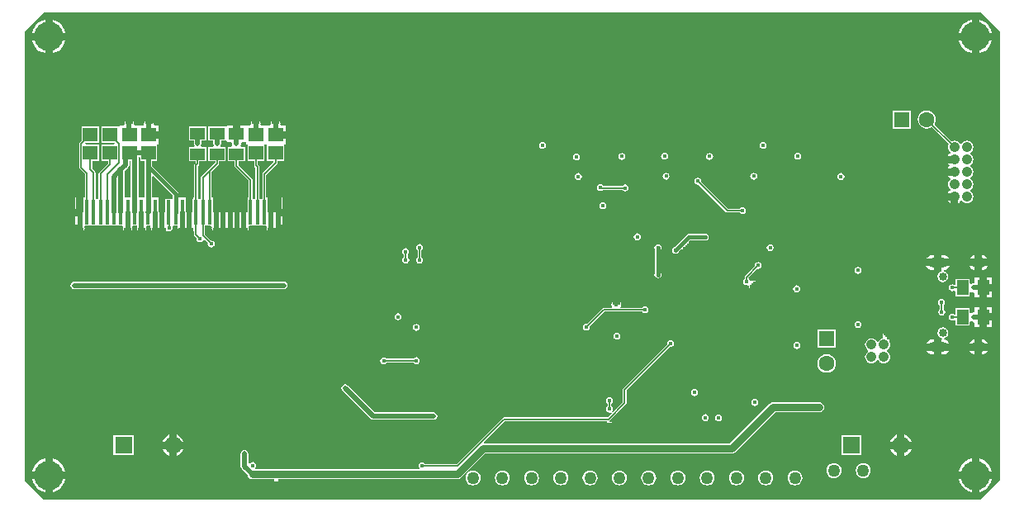
<source format=gbl>
G04*
G04 #@! TF.GenerationSoftware,Altium Limited,Altium Designer,21.0.8 (223)*
G04*
G04 Layer_Physical_Order=4*
G04 Layer_Color=16711680*
%FSLAX44Y44*%
%MOMM*%
G71*
G04*
G04 #@! TF.SameCoordinates,9BFC2460-0098-4CE8-B359-2686C5D326B4*
G04*
G04*
G04 #@! TF.FilePolarity,Positive*
G04*
G01*
G75*
%ADD15C,0.7620*%
%ADD16R,1.5000X1.2000*%
%ADD17R,1.2000X1.5000*%
%ADD23R,1.5000X1.4500*%
%ADD74C,0.5080*%
%ADD75C,0.1270*%
%ADD76C,0.3810*%
%ADD78C,0.1524*%
%ADD79C,3.0000*%
%ADD80C,1.0500*%
%ADD81C,1.6000*%
%ADD82R,1.6000X1.6000*%
%ADD83O,1.6000X1.0000*%
%ADD84O,2.1000X1.0000*%
%ADD85C,0.8500*%
%ADD86R,1.8000X1.8000*%
%ADD87C,1.8000*%
%ADD88R,1.6000X1.6000*%
%ADD89O,22.0000X0.5000*%
%ADD90C,1.2700*%
%ADD91C,0.4500*%
%ADD111R,0.4000X2.5000*%
G36*
X1000000Y480000D02*
Y20000D01*
X980000Y0D01*
X20000D01*
X0Y20000D01*
Y480000D01*
X20000Y500000D01*
X980000D01*
X1000000Y480000D01*
D02*
G37*
%LPC*%
G36*
X978810Y492174D02*
Y478810D01*
X992173D01*
X991283Y481745D01*
X989654Y484792D01*
X987463Y487463D01*
X984792Y489655D01*
X981745Y491283D01*
X978810Y492174D01*
D02*
G37*
G36*
X971190D02*
X968255Y491283D01*
X965208Y489655D01*
X962537Y487463D01*
X960346Y484792D01*
X958717Y481745D01*
X957827Y478810D01*
X971190D01*
Y492174D01*
D02*
G37*
G36*
X28810D02*
Y478810D01*
X42174D01*
X41283Y481745D01*
X39655Y484792D01*
X37463Y487463D01*
X34792Y489655D01*
X31745Y491283D01*
X28810Y492174D01*
D02*
G37*
G36*
X21190D02*
X18255Y491283D01*
X15208Y489655D01*
X12537Y487463D01*
X10345Y484792D01*
X8717Y481745D01*
X7826Y478810D01*
X21190D01*
Y492174D01*
D02*
G37*
G36*
X992173Y471190D02*
X978810D01*
Y457826D01*
X981745Y458717D01*
X984792Y460345D01*
X987463Y462537D01*
X989654Y465208D01*
X991283Y468255D01*
X992173Y471190D01*
D02*
G37*
G36*
X971190D02*
X957827D01*
X958717Y468255D01*
X960346Y465208D01*
X962537Y462537D01*
X965208Y460345D01*
X968255Y458717D01*
X971190Y457826D01*
Y471190D01*
D02*
G37*
G36*
X42174D02*
X28810D01*
Y457826D01*
X31745Y458717D01*
X34792Y460345D01*
X37463Y462537D01*
X39655Y465208D01*
X41283Y468255D01*
X42174Y471190D01*
D02*
G37*
G36*
X21190D02*
X7826D01*
X8717Y468255D01*
X10345Y465208D01*
X12537Y462537D01*
X15208Y460345D01*
X18255Y458717D01*
X21190Y457826D01*
Y471190D01*
D02*
G37*
G36*
X131318Y388492D02*
Y385572D01*
X123698D01*
Y388492D01*
X122996Y387441D01*
X122624Y385572D01*
X122734Y385022D01*
X121928Y384040D01*
X113022D01*
X112216Y385022D01*
X112326Y385572D01*
X111954Y387441D01*
X111252Y388492D01*
Y385572D01*
X103632D01*
Y388492D01*
X102930Y387441D01*
X102558Y385572D01*
X102668Y385022D01*
X101862Y384040D01*
X97460D01*
Y382963D01*
X96270Y382770D01*
Y382770D01*
X78730D01*
Y365730D01*
X92417D01*
X92544Y365540D01*
X91865Y364270D01*
X78730D01*
Y347230D01*
X85558D01*
Y344590D01*
X76577Y335609D01*
X76156Y334979D01*
X76008Y334236D01*
Y309428D01*
X75110Y308530D01*
X73790D01*
X72892Y309428D01*
Y335196D01*
X72892Y335196D01*
X72744Y335939D01*
X72323Y336569D01*
X72323Y336570D01*
X69506Y339386D01*
Y347230D01*
X76270D01*
Y364270D01*
X63135D01*
X62456Y365540D01*
X62583Y365730D01*
X76270D01*
Y382770D01*
X58730D01*
Y368477D01*
X56722Y366468D01*
X56301Y365838D01*
X56153Y365095D01*
Y340685D01*
X56301Y339942D01*
X56722Y339312D01*
X62008Y334025D01*
Y310856D01*
X61490Y309800D01*
X60760D01*
Y308531D01*
X60679D01*
Y294760D01*
X56950D01*
Y290950D01*
X52410D01*
Y282448D01*
X56896D01*
Y278638D01*
X60706D01*
Y275718D01*
X61408Y276769D01*
X61780Y278638D01*
X61565Y279720D01*
X62303Y280990D01*
X67220D01*
Y280990D01*
X67680D01*
Y280990D01*
X73410D01*
X74220Y280990D01*
X75490Y280990D01*
X81220D01*
Y280990D01*
X81680D01*
Y280990D01*
X88220D01*
X88220Y280990D01*
X88680D01*
Y280990D01*
X89490Y280990D01*
X95220D01*
Y280990D01*
X95680D01*
Y280990D01*
X100306D01*
X100323Y280982D01*
X101249Y279720D01*
X101034Y278638D01*
X101406Y276769D01*
X102108Y275718D01*
Y278638D01*
X109728D01*
Y275718D01*
X110430Y276769D01*
X110802Y278638D01*
X110587Y279720D01*
X111377Y280990D01*
X115410D01*
Y279720D01*
X115410D01*
X115258Y278638D01*
X115283Y278511D01*
X115630Y276769D01*
X116332Y275718D01*
Y278638D01*
X123952D01*
Y275718D01*
X124654Y276769D01*
X125026Y278638D01*
X124811Y279720D01*
X125737Y280982D01*
X125754Y280990D01*
X129410D01*
Y279720D01*
X129410Y279720D01*
X129482Y278638D01*
X129511Y278492D01*
X129854Y276769D01*
X130556Y275718D01*
Y278638D01*
X144780D01*
Y275718D01*
X144795Y275741D01*
X145798Y276481D01*
X146963Y275703D01*
X148336Y275430D01*
X149709Y275703D01*
X150874Y276481D01*
X151652Y277646D01*
X151925Y279019D01*
X151785Y279720D01*
X152623Y280931D01*
X152729Y280990D01*
X157108D01*
X157383Y279720D01*
X157168Y278638D01*
X157540Y276769D01*
X158242Y275718D01*
Y278638D01*
X172720D01*
Y275718D01*
X172738Y275745D01*
X174008Y275359D01*
Y271598D01*
X174156Y270855D01*
X174577Y270225D01*
X176383Y268418D01*
X176243Y267716D01*
X176516Y266343D01*
X177294Y265178D01*
X178459Y264400D01*
X179832Y264127D01*
X181205Y264400D01*
X182370Y265178D01*
X183094Y266262D01*
X183201Y266355D01*
X184503Y266648D01*
X187977Y263174D01*
X187800Y262287D01*
X188073Y260913D01*
X188851Y259749D01*
X190016Y258971D01*
X191389Y258698D01*
X192762Y258971D01*
X193927Y259749D01*
X194705Y260913D01*
X194978Y262287D01*
X194705Y263660D01*
X193927Y264825D01*
X192762Y265602D01*
X191389Y265876D01*
X190872Y265773D01*
X184892Y271752D01*
Y280990D01*
X186220D01*
Y280990D01*
X186680D01*
Y280990D01*
X191238D01*
X191255Y280982D01*
X192181Y279720D01*
X191966Y278638D01*
X192338Y276769D01*
X193040Y275718D01*
Y278638D01*
X228854D01*
Y275718D01*
X229556Y276769D01*
X229928Y278638D01*
X229713Y279720D01*
X230639Y280982D01*
X230656Y280990D01*
X235220Y280990D01*
X236490Y280990D01*
X241410D01*
X242220Y280990D01*
X243490Y280990D01*
X247530D01*
X248315Y279720D01*
X248100Y278638D01*
X248472Y276769D01*
X249174Y275718D01*
Y278638D01*
X260096D01*
Y282448D01*
X264490D01*
Y290950D01*
X259950D01*
Y294760D01*
X249221D01*
Y308531D01*
X249140D01*
Y309800D01*
X248410D01*
X247892Y310856D01*
Y333030D01*
X258929Y344067D01*
X259350Y344697D01*
X259498Y345440D01*
Y347230D01*
X266270D01*
X266270Y364270D01*
X267461Y364460D01*
X267540D01*
Y370440D01*
X257500D01*
Y378060D01*
X267540D01*
Y384040D01*
X263136D01*
X262330Y385022D01*
X262440Y385572D01*
X262068Y387441D01*
X261366Y388492D01*
Y385572D01*
X253746D01*
Y388492D01*
X253044Y387441D01*
X252672Y385572D01*
X252782Y385022D01*
X251976Y384040D01*
X242816D01*
X242010Y385022D01*
X242120Y385572D01*
X241748Y387441D01*
X241046Y388492D01*
Y385572D01*
X233426D01*
Y388492D01*
X232724Y387441D01*
X232352Y385572D01*
X232462Y385022D01*
X231656Y384040D01*
X221310D01*
Y375500D01*
X213690D01*
Y384040D01*
X207460D01*
Y382963D01*
X206270Y382770D01*
Y382770D01*
X188730D01*
Y368230D01*
X193727D01*
Y365252D01*
X194023Y363765D01*
X194508Y363040D01*
X193853Y361770D01*
X188730D01*
Y347230D01*
X195558D01*
Y345625D01*
X188577Y338643D01*
X181577Y331643D01*
X181155Y331013D01*
X181008Y330270D01*
Y308530D01*
X179680D01*
Y308530D01*
X179233D01*
X177964Y308565D01*
Y342095D01*
X178873Y343005D01*
X179294Y343635D01*
X179442Y344378D01*
X179442Y344378D01*
Y347230D01*
X186270D01*
Y361770D01*
X181305D01*
X180650Y363040D01*
X181135Y363765D01*
X181431Y365252D01*
Y368230D01*
X186270D01*
Y382770D01*
X168730D01*
Y368230D01*
X173661D01*
Y365252D01*
X173957Y363765D01*
X174442Y363040D01*
X173787Y361770D01*
X168730D01*
Y347230D01*
X175558D01*
Y345182D01*
X174649Y344273D01*
X174228Y343643D01*
X174080Y342900D01*
Y310826D01*
X173490Y309800D01*
X172760D01*
Y308531D01*
X172680D01*
Y294760D01*
X165140D01*
Y309800D01*
X158187D01*
Y313680D01*
X157941Y314919D01*
X157239Y315969D01*
X131110Y342099D01*
Y347230D01*
X136270D01*
Y364270D01*
X137461Y364460D01*
X137540D01*
Y370440D01*
X127500D01*
Y378060D01*
X137540D01*
Y384040D01*
X133088D01*
X132282Y385022D01*
X132392Y385572D01*
X132020Y387441D01*
X131318Y388492D01*
D02*
G37*
G36*
X909070Y399270D02*
X890530D01*
Y380730D01*
X909070D01*
Y399270D01*
D02*
G37*
G36*
X757428Y366809D02*
X756055Y366536D01*
X754890Y365758D01*
X754112Y364593D01*
X753839Y363220D01*
X754112Y361847D01*
X754890Y360682D01*
X756055Y359904D01*
X757428Y359631D01*
X758801Y359904D01*
X759966Y360682D01*
X760744Y361847D01*
X761017Y363220D01*
X760744Y364593D01*
X759966Y365758D01*
X758801Y366536D01*
X757428Y366809D01*
D02*
G37*
G36*
X531114D02*
X529741Y366536D01*
X528576Y365758D01*
X527798Y364593D01*
X527525Y363220D01*
X527798Y361847D01*
X528576Y360682D01*
X529741Y359904D01*
X531114Y359631D01*
X532487Y359904D01*
X533652Y360682D01*
X534430Y361847D01*
X534703Y363220D01*
X534430Y364593D01*
X533652Y365758D01*
X532487Y366536D01*
X531114Y366809D01*
D02*
G37*
G36*
X792988Y355887D02*
X791615Y355614D01*
X790625Y354953D01*
X790448Y355218D01*
Y354833D01*
X789672Y353672D01*
X789398Y352298D01*
X789672Y350924D01*
X790448Y349763D01*
Y349378D01*
X790625Y349643D01*
X791615Y348982D01*
X792988Y348709D01*
X794361Y348982D01*
X795526Y349760D01*
X796304Y350925D01*
X796577Y352298D01*
X796304Y353671D01*
X795526Y354836D01*
X794361Y355614D01*
X792988Y355887D01*
D02*
G37*
G36*
X612648Y355633D02*
X611275Y355360D01*
X610285Y354699D01*
X610108Y354964D01*
Y354579D01*
X609332Y353418D01*
X609058Y352044D01*
X609332Y350670D01*
X610108Y349509D01*
Y349124D01*
X610285Y349389D01*
X611275Y348728D01*
X612648Y348455D01*
X614021Y348728D01*
X615186Y349506D01*
X615964Y350671D01*
X616237Y352044D01*
X615964Y353417D01*
X615186Y354582D01*
X614021Y355360D01*
X612648Y355633D01*
D02*
G37*
G36*
X702564D02*
X701191Y355360D01*
X701060Y355272D01*
X700008Y354608D01*
X700007Y354608D01*
X699770Y354964D01*
Y354199D01*
X699248Y353418D01*
X698975Y352044D01*
X699248Y350670D01*
X699770Y349889D01*
Y349124D01*
X700008Y349480D01*
X700026Y349506D01*
X700026D01*
X701191Y348728D01*
X702564Y348455D01*
X703937Y348728D01*
X705102Y349506D01*
X705880Y350671D01*
X706153Y352044D01*
X705880Y353417D01*
X705102Y354582D01*
X703937Y355360D01*
X702564Y355633D01*
D02*
G37*
G36*
X656336Y355887D02*
X654963Y355614D01*
X653798Y354836D01*
X653020Y353671D01*
X652747Y352298D01*
X653020Y350925D01*
X653798Y349760D01*
X654963Y348982D01*
X656336Y348709D01*
X657709Y348982D01*
X658874Y349760D01*
X659652Y350925D01*
X659925Y352298D01*
X659652Y353671D01*
X658874Y354836D01*
X657709Y355614D01*
X656336Y355887D01*
D02*
G37*
G36*
X566166Y355125D02*
X564793Y354852D01*
X563628Y354074D01*
X562850Y352909D01*
X562577Y351536D01*
X562850Y350163D01*
X563628Y348998D01*
X564793Y348220D01*
X566166Y347947D01*
X567539Y348220D01*
X568704Y348998D01*
X569482Y350163D01*
X569755Y351536D01*
X569482Y352909D01*
X568704Y354074D01*
X567539Y354852D01*
X566166Y355125D01*
D02*
G37*
G36*
X747776Y335313D02*
X746403Y335040D01*
X745238Y334262D01*
X744460Y333097D01*
X744187Y331724D01*
X744460Y330351D01*
X745238Y329186D01*
X746403Y328408D01*
X747776Y328135D01*
X749149Y328408D01*
X750314Y329186D01*
X751092Y330351D01*
X751365Y331724D01*
X751092Y333097D01*
X750314Y334262D01*
X749149Y335040D01*
X747776Y335313D01*
D02*
G37*
G36*
X657860D02*
X656487Y335040D01*
X655322Y334262D01*
X654544Y333097D01*
X654271Y331724D01*
X654544Y330351D01*
X655322Y329186D01*
X656487Y328408D01*
X657860Y328135D01*
X659233Y328408D01*
X660398Y329186D01*
X661176Y330351D01*
X661449Y331724D01*
X661176Y333097D01*
X660398Y334262D01*
X659233Y335040D01*
X657860Y335313D01*
D02*
G37*
G36*
X837184Y335059D02*
X835811Y334786D01*
X834646Y334008D01*
X833868Y332843D01*
X833595Y331470D01*
X833868Y330097D01*
X834646Y328932D01*
X835811Y328154D01*
X837184Y327881D01*
X838557Y328154D01*
X839722Y328932D01*
X840500Y330097D01*
X840773Y331470D01*
X840500Y332843D01*
X839722Y334008D01*
X838557Y334786D01*
X837184Y335059D01*
D02*
G37*
G36*
X567944D02*
X566571Y334786D01*
X565406Y334008D01*
X564628Y332843D01*
X564355Y331470D01*
X564628Y330097D01*
X565406Y328932D01*
X566571Y328154D01*
X567944Y327881D01*
X569317Y328154D01*
X570482Y328932D01*
X571260Y330097D01*
X571533Y331470D01*
X571260Y332843D01*
X570482Y334008D01*
X569317Y334786D01*
X567944Y335059D01*
D02*
G37*
G36*
X590550Y323629D02*
X589177Y323356D01*
X588012Y322578D01*
X587234Y321413D01*
X586961Y320040D01*
X587234Y318667D01*
X588012Y317502D01*
X589177Y316724D01*
X590550Y316451D01*
X591923Y316724D01*
X593088Y317502D01*
X593316Y317844D01*
X613014D01*
X613412Y317248D01*
X614577Y316470D01*
X615950Y316197D01*
X617323Y316470D01*
X618488Y317248D01*
X619266Y318413D01*
X619539Y319786D01*
X619266Y321159D01*
X618488Y322324D01*
X617323Y323102D01*
X615950Y323375D01*
X614577Y323102D01*
X613412Y322324D01*
X613014Y321728D01*
X593655D01*
X593088Y322578D01*
X591923Y323356D01*
X590550Y323629D01*
D02*
G37*
G36*
X925200Y399350D02*
X922780Y399031D01*
X920525Y398097D01*
X918589Y396611D01*
X917103Y394675D01*
X916169Y392420D01*
X915850Y390000D01*
X916169Y387580D01*
X917103Y385325D01*
X918589Y383389D01*
X920525Y381903D01*
X922780Y380969D01*
X925200Y380650D01*
X927620Y380969D01*
X929875Y381903D01*
X930302Y382230D01*
X947832Y364701D01*
X947298Y363411D01*
X947074Y361709D01*
X947298Y360007D01*
X947955Y358421D01*
X949000Y357059D01*
X949216Y356893D01*
X949129Y355359D01*
X948094Y354565D01*
X946845Y352938D01*
X946796Y352819D01*
X953650D01*
Y345199D01*
X946796D01*
X946845Y345080D01*
X948094Y343453D01*
X948301Y343294D01*
Y342024D01*
X948094Y341865D01*
X946845Y340238D01*
X946796Y340119D01*
X953650D01*
Y332499D01*
X946796D01*
X946845Y332380D01*
X948094Y330753D01*
X949129Y329959D01*
X949216Y328425D01*
X949000Y328259D01*
X947955Y326897D01*
X947298Y325311D01*
X947074Y323609D01*
X947298Y321907D01*
X947955Y320321D01*
X949000Y318959D01*
X949216Y318793D01*
X949129Y317259D01*
X948094Y316465D01*
X946845Y314838D01*
X946796Y314719D01*
X953650D01*
Y310909D01*
X957460D01*
Y304055D01*
X957579Y304104D01*
X959206Y305353D01*
X960000Y306388D01*
X961534Y306475D01*
X961700Y306259D01*
X963062Y305214D01*
X964648Y304557D01*
X966350Y304333D01*
X968052Y304557D01*
X969638Y305214D01*
X971000Y306259D01*
X972045Y307621D01*
X972702Y309207D01*
X972926Y310909D01*
X972702Y312611D01*
X972045Y314197D01*
X971000Y315559D01*
X969693Y316562D01*
X969590Y317248D01*
Y317271D01*
X969693Y317956D01*
X971000Y318959D01*
X972045Y320321D01*
X972702Y321907D01*
X972926Y323609D01*
X972702Y325311D01*
X972045Y326897D01*
X971000Y328259D01*
X969693Y329262D01*
X969590Y329948D01*
Y329971D01*
X969693Y330656D01*
X971000Y331659D01*
X972045Y333021D01*
X972702Y334607D01*
X972926Y336309D01*
X972702Y338011D01*
X972045Y339597D01*
X971000Y340959D01*
X969693Y341962D01*
X969590Y342648D01*
Y342671D01*
X969693Y343356D01*
X971000Y344359D01*
X972045Y345721D01*
X972702Y347307D01*
X972926Y349009D01*
X972702Y350711D01*
X972045Y352297D01*
X971000Y353659D01*
X969693Y354662D01*
X969590Y355348D01*
Y355370D01*
X969693Y356056D01*
X971000Y357059D01*
X972045Y358421D01*
X972702Y360007D01*
X972926Y361709D01*
X972702Y363411D01*
X972045Y364997D01*
X971000Y366359D01*
X969638Y367404D01*
X968052Y368061D01*
X966350Y368285D01*
X964648Y368061D01*
X963062Y367404D01*
X961700Y366359D01*
X960697Y365052D01*
X960011Y364949D01*
X959989D01*
X959303Y365052D01*
X958300Y366359D01*
X956938Y367404D01*
X955352Y368061D01*
X953650Y368285D01*
X951948Y368061D01*
X950546Y367481D01*
X933039Y384988D01*
X933297Y385325D01*
X934231Y387580D01*
X934550Y390000D01*
X934231Y392420D01*
X933297Y394675D01*
X931811Y396611D01*
X929875Y398097D01*
X927620Y399031D01*
X925200Y399350D01*
D02*
G37*
G36*
X949840Y307099D02*
X946796D01*
X946845Y306980D01*
X948094Y305353D01*
X949721Y304104D01*
X949840Y304055D01*
Y307099D01*
D02*
G37*
G36*
X263760Y309800D02*
Y298570D01*
X264490D01*
Y309800D01*
X263760D01*
D02*
G37*
G36*
X53140D02*
X52410D01*
Y298570D01*
X53140D01*
Y309800D01*
D02*
G37*
G36*
X593090Y305087D02*
X591717Y304814D01*
X590552Y304036D01*
X589774Y302871D01*
X589501Y301498D01*
X589774Y300125D01*
X590552Y298960D01*
X591717Y298182D01*
X593090Y297909D01*
X594463Y298182D01*
X595628Y298960D01*
X596406Y300125D01*
X596679Y301498D01*
X596406Y302871D01*
X595628Y304036D01*
X594463Y304814D01*
X593090Y305087D01*
D02*
G37*
G36*
X690372Y330233D02*
X688999Y329960D01*
X687834Y329182D01*
X687056Y328017D01*
X686783Y326644D01*
X687056Y325271D01*
X687834Y324106D01*
X688999Y323328D01*
X690372Y323055D01*
X691074Y323195D01*
X719268Y295002D01*
X719268Y295002D01*
X719898Y294580D01*
X720641Y294433D01*
X733314D01*
X733712Y293837D01*
X734877Y293059D01*
X736250Y292786D01*
X737623Y293059D01*
X738788Y293837D01*
X739566Y295002D01*
X739839Y296375D01*
X739566Y297748D01*
X738788Y298913D01*
X737623Y299691D01*
X736250Y299964D01*
X734877Y299691D01*
X733712Y298913D01*
X733314Y298317D01*
X721445D01*
X693821Y325942D01*
X693961Y326644D01*
X693688Y328017D01*
X692910Y329182D01*
X691745Y329960D01*
X690372Y330233D01*
D02*
G37*
G36*
X628396Y273337D02*
X627023Y273064D01*
X625858Y272286D01*
X625080Y271121D01*
X624807Y269748D01*
X625080Y268375D01*
X625858Y267210D01*
X627023Y266432D01*
X628396Y266159D01*
X629769Y266432D01*
X630934Y267210D01*
X631712Y268375D01*
X631985Y269748D01*
X631712Y271121D01*
X630934Y272286D01*
X629769Y273064D01*
X628396Y273337D01*
D02*
G37*
G36*
X698246Y272829D02*
X696873Y272556D01*
X696755Y272477D01*
X680974D01*
X679735Y272231D01*
X678685Y271529D01*
X666404Y259248D01*
X666266Y259221D01*
X665101Y258443D01*
X664323Y257278D01*
X664050Y255905D01*
X664323Y254532D01*
X665101Y253367D01*
X666266Y252589D01*
X667639Y252316D01*
X669012Y252589D01*
X670177Y253367D01*
X670955Y254532D01*
X670982Y254670D01*
X673493Y257181D01*
X674938Y256830D01*
X675386Y256160D01*
Y259073D01*
X675393Y259080D01*
X679196D01*
Y262883D01*
X679203Y262890D01*
X682116D01*
X681446Y263338D01*
X681095Y264783D01*
X682315Y266003D01*
X696755D01*
X696873Y265924D01*
X698246Y265651D01*
X699619Y265924D01*
X700784Y266702D01*
X701562Y267867D01*
X701835Y269240D01*
X701562Y270613D01*
X700784Y271778D01*
X699619Y272556D01*
X698246Y272829D01*
D02*
G37*
G36*
X764540Y262161D02*
X763167Y261888D01*
X762002Y261110D01*
X761224Y259945D01*
X760951Y258572D01*
X761224Y257199D01*
X762002Y256034D01*
X763167Y255256D01*
X764540Y254983D01*
X765913Y255256D01*
X767078Y256034D01*
X767856Y257199D01*
X768129Y258572D01*
X767856Y259945D01*
X767078Y261110D01*
X765913Y261888D01*
X764540Y262161D01*
D02*
G37*
G36*
X941900Y250805D02*
X940210D01*
Y247010D01*
X948480D01*
X947278Y248578D01*
X945703Y249786D01*
X943868Y250546D01*
X941900Y250805D01*
D02*
G37*
G36*
X932590D02*
X930900D01*
X928932Y250546D01*
X927097Y249786D01*
X925522Y248578D01*
X924320Y247010D01*
X932590D01*
Y250805D01*
D02*
G37*
G36*
X982010Y250698D02*
Y247010D01*
X987780D01*
X986578Y248578D01*
X985003Y249786D01*
X983168Y250546D01*
X982010Y250698D01*
D02*
G37*
G36*
X974390D02*
X973232Y250546D01*
X971397Y249786D01*
X969822Y248578D01*
X968620Y247010D01*
X974390D01*
Y250698D01*
D02*
G37*
G36*
X405257Y262288D02*
X403884Y262015D01*
X402719Y261237D01*
X401941Y260072D01*
X401668Y258699D01*
X401941Y257326D01*
X402719Y256161D01*
X403188Y255848D01*
Y249020D01*
X402465Y248537D01*
X401687Y247372D01*
X401414Y245999D01*
X401687Y244626D01*
X402465Y243461D01*
X403630Y242683D01*
X405003Y242410D01*
X406376Y242683D01*
X407541Y243461D01*
X408319Y244626D01*
X408592Y245999D01*
X408319Y247372D01*
X407541Y248537D01*
X407072Y248850D01*
Y255679D01*
X407795Y256161D01*
X408573Y257326D01*
X408846Y258699D01*
X408573Y260072D01*
X407795Y261237D01*
X406630Y262015D01*
X405257Y262288D01*
D02*
G37*
G36*
X390906Y258097D02*
X389533Y257824D01*
X388368Y257046D01*
X387590Y255881D01*
X387317Y254508D01*
X387590Y253135D01*
X388368Y251970D01*
X389027Y251530D01*
Y248765D01*
X388495Y248410D01*
X387717Y247245D01*
X387444Y245872D01*
X387717Y244499D01*
X388495Y243334D01*
X389660Y242556D01*
X391033Y242283D01*
X392406Y242556D01*
X393571Y243334D01*
X394349Y244499D01*
X394622Y245872D01*
X394349Y247245D01*
X393571Y248410D01*
X392912Y248850D01*
Y251615D01*
X393444Y251970D01*
X394222Y253135D01*
X394495Y254508D01*
X394222Y255881D01*
X393444Y257046D01*
X392279Y257824D01*
X390906Y258097D01*
D02*
G37*
G36*
X752348Y243873D02*
X750975Y243600D01*
X749810Y242822D01*
X749032Y241657D01*
X748759Y240284D01*
X748899Y239582D01*
X739037Y229719D01*
X738615Y229089D01*
X738468Y228346D01*
Y226456D01*
X737872Y226058D01*
X737094Y224893D01*
X736821Y223520D01*
X737094Y222147D01*
X737872Y220982D01*
X739037Y220204D01*
X740410Y219931D01*
X741409Y220130D01*
X741531Y220113D01*
X742487Y219578D01*
X742764Y219332D01*
X743010Y218095D01*
X743712Y217044D01*
Y219964D01*
X747522D01*
Y223774D01*
X750442D01*
X749391Y224476D01*
X747522Y224848D01*
X745653Y224476D01*
X745168Y224152D01*
X743757Y224737D01*
X743726Y224893D01*
X742948Y226058D01*
X742523Y226342D01*
X742445Y227634D01*
X751646Y236835D01*
X752348Y236695D01*
X753721Y236968D01*
X754886Y237746D01*
X755664Y238911D01*
X755937Y240284D01*
X755664Y241657D01*
X754886Y242822D01*
X753721Y243600D01*
X752348Y243873D01*
D02*
G37*
G36*
X987780Y239390D02*
X982010D01*
Y235702D01*
X983168Y235854D01*
X985003Y236614D01*
X986578Y237822D01*
X987780Y239390D01*
D02*
G37*
G36*
X974390D02*
X968620D01*
X969822Y237822D01*
X971397Y236614D01*
X973232Y235854D01*
X974390Y235702D01*
Y239390D01*
D02*
G37*
G36*
X932590Y239390D02*
X924320D01*
X925522Y237822D01*
X927097Y236614D01*
X928932Y235854D01*
X930900Y235595D01*
X932590D01*
Y239390D01*
D02*
G37*
G36*
X854710Y238793D02*
X853337Y238520D01*
X852172Y237742D01*
X851394Y236577D01*
X851121Y235204D01*
X851394Y233831D01*
X852172Y232666D01*
X853337Y231888D01*
X854710Y231615D01*
X856083Y231888D01*
X857248Y232666D01*
X858026Y233831D01*
X858299Y235204D01*
X858026Y236577D01*
X857248Y237742D01*
X856083Y238520D01*
X854710Y238793D01*
D02*
G37*
G36*
X649478Y262161D02*
X648105Y261888D01*
X646940Y261110D01*
X646162Y259945D01*
X645889Y258572D01*
X646162Y257199D01*
X646241Y257081D01*
Y232377D01*
X646162Y232259D01*
X645889Y230886D01*
X646162Y229513D01*
X646940Y228348D01*
X648105Y227570D01*
X649478Y227297D01*
X650851Y227570D01*
X652016Y228348D01*
X652794Y229513D01*
X653067Y230886D01*
X652794Y232259D01*
X652715Y232377D01*
Y257081D01*
X652794Y257199D01*
X653067Y258572D01*
X652794Y259945D01*
X652016Y261110D01*
X650851Y261888D01*
X649478Y262161D01*
D02*
G37*
G36*
X948480Y239390D02*
X940210D01*
Y235595D01*
X940553D01*
X940678Y234325D01*
X939546Y234100D01*
X937720Y232880D01*
X936500Y231054D01*
X936072Y228900D01*
X936500Y226746D01*
X937720Y224920D01*
X939546Y223700D01*
X941700Y223272D01*
X943854Y223700D01*
X945680Y224920D01*
X946900Y226746D01*
X947328Y228900D01*
X946900Y231054D01*
X945680Y232880D01*
X943854Y234100D01*
X942428Y234383D01*
X942470Y235670D01*
X943868Y235854D01*
X945703Y236614D01*
X947278Y237822D01*
X948480Y239390D01*
D02*
G37*
G36*
X979190Y227540D02*
X974460D01*
Y223033D01*
X973478Y222227D01*
X973074Y222308D01*
X971205Y221936D01*
X970540Y221492D01*
X969270Y222171D01*
Y226270D01*
X954730D01*
Y221014D01*
X953460Y220337D01*
X952857Y220740D01*
X951484Y221013D01*
X950111Y220740D01*
X948946Y219962D01*
X948168Y218797D01*
X947895Y217424D01*
X948168Y216051D01*
X948946Y214886D01*
X950111Y214108D01*
X951484Y213835D01*
X952857Y214108D01*
X953460Y214511D01*
X954730Y213834D01*
Y208730D01*
X969270D01*
Y212677D01*
X970540Y213356D01*
X971205Y212912D01*
X973074Y212540D01*
X973478Y212621D01*
X974460Y211815D01*
Y207460D01*
X979190D01*
Y217500D01*
Y227540D01*
D02*
G37*
G36*
X991540D02*
X986810D01*
Y221310D01*
X991540D01*
Y227540D01*
D02*
G37*
G36*
X265950Y223604D02*
X50950D01*
X49479Y223311D01*
X48232Y222478D01*
X47399Y221231D01*
X47106Y219760D01*
X47399Y218289D01*
X48232Y217042D01*
X49479Y216209D01*
X50950Y215916D01*
X265950D01*
X267421Y216209D01*
X268668Y217042D01*
X269501Y218289D01*
X269794Y219760D01*
X269501Y221231D01*
X268668Y222478D01*
X267421Y223311D01*
X265950Y223604D01*
D02*
G37*
G36*
X791718Y219997D02*
X790345Y219724D01*
X789180Y218946D01*
X788402Y217781D01*
X788129Y216408D01*
X788402Y215035D01*
X789180Y213870D01*
X790345Y213092D01*
X791718Y212819D01*
X793091Y213092D01*
X794256Y213870D01*
X795034Y215035D01*
X795307Y216408D01*
X795034Y217781D01*
X794256Y218946D01*
X793091Y219724D01*
X791718Y219997D01*
D02*
G37*
G36*
X991540Y213690D02*
X986810D01*
Y207460D01*
X991540D01*
Y213690D01*
D02*
G37*
G36*
X610616Y203072D02*
Y200152D01*
X602996D01*
Y203072D01*
X602294Y202021D01*
X601922Y200152D01*
X602294Y198283D01*
X602563Y197880D01*
X601964Y196760D01*
X593852D01*
X593109Y196612D01*
X592479Y196191D01*
X592478Y196191D01*
X576774Y180487D01*
X576072Y180627D01*
X574699Y180354D01*
X573534Y179576D01*
X572756Y178411D01*
X572483Y177038D01*
X572756Y175665D01*
X573534Y174500D01*
X574699Y173722D01*
X576072Y173449D01*
X577445Y173722D01*
X578610Y174500D01*
X579388Y175665D01*
X579661Y177038D01*
X579521Y177740D01*
X594656Y192876D01*
X633334D01*
X633732Y192280D01*
X634897Y191502D01*
X636270Y191229D01*
X637643Y191502D01*
X638808Y192280D01*
X639586Y193445D01*
X639859Y194818D01*
X639586Y196191D01*
X638808Y197356D01*
X637643Y198134D01*
X636270Y198407D01*
X634897Y198134D01*
X633732Y197356D01*
X633334Y196760D01*
X611648D01*
X611049Y197880D01*
X611318Y198283D01*
X611690Y200152D01*
X611318Y202021D01*
X610616Y203072D01*
D02*
G37*
G36*
X979190Y197540D02*
X974460D01*
Y192807D01*
X973478Y192001D01*
X973074Y192082D01*
X971205Y191710D01*
X970540Y191266D01*
X969270Y191945D01*
Y196270D01*
X954730D01*
Y190788D01*
X953460Y190111D01*
X952857Y190514D01*
X951484Y190787D01*
X950111Y190514D01*
X948946Y189736D01*
X948168Y188571D01*
X947895Y187198D01*
X948168Y185825D01*
X948946Y184660D01*
X950111Y183882D01*
X951484Y183609D01*
X952857Y183882D01*
X953460Y184285D01*
X954730Y183608D01*
Y178730D01*
X969270D01*
Y182451D01*
X970540Y183130D01*
X971205Y182686D01*
X973074Y182314D01*
X973478Y182395D01*
X974460Y181589D01*
Y177460D01*
X979190D01*
Y187500D01*
Y197540D01*
D02*
G37*
G36*
X991540D02*
X986810D01*
Y191310D01*
X991540D01*
Y197540D01*
D02*
G37*
G36*
X940344Y206027D02*
X938971Y205754D01*
X937806Y204976D01*
X937028Y203811D01*
X936755Y202438D01*
X937028Y201065D01*
X937806Y199900D01*
X938490Y199443D01*
Y195381D01*
X938024Y195070D01*
X937246Y193905D01*
X936973Y192532D01*
X937246Y191159D01*
X938024Y189994D01*
X939189Y189216D01*
X940562Y188943D01*
X941935Y189216D01*
X943100Y189994D01*
X943878Y191159D01*
X944151Y192532D01*
X943878Y193905D01*
X943100Y195070D01*
X942634Y195381D01*
Y199735D01*
X942882Y199900D01*
X943660Y201065D01*
X943933Y202438D01*
X943660Y203811D01*
X942882Y204976D01*
X941717Y205754D01*
X940344Y206027D01*
D02*
G37*
G36*
X383032Y191295D02*
X381659Y191022D01*
X380494Y190244D01*
X379716Y189079D01*
X379443Y187706D01*
X379716Y186333D01*
X380494Y185168D01*
X381659Y184390D01*
X383032Y184117D01*
X384405Y184390D01*
X385570Y185168D01*
X386348Y186333D01*
X386621Y187706D01*
X386348Y189079D01*
X385570Y190244D01*
X384405Y191022D01*
X383032Y191295D01*
D02*
G37*
G36*
X991540Y183690D02*
X986810D01*
Y177460D01*
X991540D01*
Y183690D01*
D02*
G37*
G36*
X854710Y183421D02*
X853337Y183148D01*
X852172Y182370D01*
X851394Y181205D01*
X851121Y179832D01*
X851394Y178459D01*
X852172Y177294D01*
X853337Y176516D01*
X854710Y176243D01*
X856083Y176516D01*
X857248Y177294D01*
X858026Y178459D01*
X858299Y179832D01*
X858026Y181205D01*
X857248Y182370D01*
X856083Y183148D01*
X854710Y183421D01*
D02*
G37*
G36*
X401828Y180373D02*
X400455Y180100D01*
X399290Y179322D01*
X398512Y178157D01*
X398239Y176784D01*
X398512Y175411D01*
X399290Y174246D01*
X400455Y173468D01*
X401828Y173195D01*
X403201Y173468D01*
X404366Y174246D01*
X405144Y175411D01*
X405417Y176784D01*
X405144Y178157D01*
X404366Y179322D01*
X403201Y180100D01*
X401828Y180373D01*
D02*
G37*
G36*
X607568Y171229D02*
X606195Y170956D01*
X605030Y170178D01*
X604252Y169013D01*
X603979Y167640D01*
X604252Y166267D01*
X605030Y165102D01*
X606195Y164324D01*
X607568Y164051D01*
X608941Y164324D01*
X610106Y165102D01*
X610884Y166267D01*
X611157Y167640D01*
X610884Y169013D01*
X610106Y170178D01*
X608941Y170956D01*
X607568Y171229D01*
D02*
G37*
G36*
X880872Y171322D02*
X880170Y170271D01*
X879798Y168402D01*
X880131Y166730D01*
X879987Y166129D01*
X879650Y165386D01*
X879424Y165356D01*
X877838Y164699D01*
X876476Y163654D01*
X875473Y162347D01*
X874787Y162244D01*
X874765D01*
X874079Y162347D01*
X873076Y163654D01*
X871714Y164699D01*
X870128Y165356D01*
X868426Y165580D01*
X866724Y165356D01*
X865138Y164699D01*
X863776Y163654D01*
X862731Y162292D01*
X862074Y160706D01*
X861850Y159004D01*
X862074Y157302D01*
X862731Y155716D01*
X863776Y154354D01*
X865083Y153351D01*
X865186Y152665D01*
Y152643D01*
X865083Y151957D01*
X863776Y150954D01*
X862731Y149592D01*
X862074Y148006D01*
X861850Y146304D01*
X862074Y144602D01*
X862731Y143016D01*
X863776Y141654D01*
X865138Y140609D01*
X866724Y139952D01*
X868426Y139728D01*
X870128Y139952D01*
X871714Y140609D01*
X873076Y141654D01*
X874079Y142961D01*
X874765Y143064D01*
X874787D01*
X875473Y142961D01*
X876476Y141654D01*
X877838Y140609D01*
X879424Y139952D01*
X881126Y139728D01*
X882828Y139952D01*
X884414Y140609D01*
X885776Y141654D01*
X886821Y143016D01*
X887478Y144602D01*
X887702Y146304D01*
X887478Y148006D01*
X886821Y149592D01*
X885776Y150954D01*
X884469Y151957D01*
X884366Y152643D01*
Y152665D01*
X884469Y153351D01*
X885776Y154354D01*
X886821Y155716D01*
X887478Y157302D01*
X887702Y159004D01*
X887478Y160706D01*
X886821Y162292D01*
X886584Y162602D01*
X886577Y162877D01*
X886977Y164175D01*
X887602Y164592D01*
X884682D01*
Y168402D01*
X880872D01*
Y171322D01*
D02*
G37*
G36*
X941700Y176728D02*
X939546Y176300D01*
X937720Y175080D01*
X936500Y173254D01*
X936072Y171100D01*
X936500Y168946D01*
X937720Y167120D01*
X939546Y165900D01*
X940678Y165675D01*
X940553Y164405D01*
X940210D01*
Y160610D01*
X948480D01*
X947278Y162178D01*
X945703Y163386D01*
X943868Y164146D01*
X942470Y164330D01*
X942428Y165617D01*
X943854Y165900D01*
X945680Y167120D01*
X946900Y168946D01*
X947328Y171100D01*
X946900Y173254D01*
X945680Y175080D01*
X943854Y176300D01*
X941700Y176728D01*
D02*
G37*
G36*
X932590Y164405D02*
X930900D01*
X928932Y164146D01*
X927097Y163386D01*
X925522Y162178D01*
X924320Y160610D01*
X932590D01*
Y164405D01*
D02*
G37*
G36*
X982010Y164298D02*
Y160610D01*
X987780D01*
X986578Y162178D01*
X985003Y163386D01*
X983168Y164146D01*
X982010Y164298D01*
D02*
G37*
G36*
X974390D02*
X973232Y164146D01*
X971397Y163386D01*
X969822Y162178D01*
X968620Y160610D01*
X974390D01*
Y164298D01*
D02*
G37*
G36*
X662305Y163609D02*
X660932Y163336D01*
X659767Y162558D01*
X658989Y161393D01*
X658716Y160020D01*
X658856Y159318D01*
X613942Y114403D01*
X613521Y113773D01*
X613373Y113030D01*
Y99865D01*
X603406Y89898D01*
X602420Y90708D01*
X603010Y91591D01*
X603283Y92964D01*
X603010Y94337D01*
X602232Y95502D01*
X601763Y95815D01*
Y98580D01*
X602486Y99062D01*
X603264Y100227D01*
X603537Y101600D01*
X603264Y102973D01*
X602486Y104138D01*
X601321Y104916D01*
X599948Y105189D01*
X598575Y104916D01*
X597410Y104138D01*
X596632Y102973D01*
X596359Y101600D01*
X596632Y100227D01*
X597410Y99062D01*
X597879Y98749D01*
Y95984D01*
X597156Y95502D01*
X596378Y94337D01*
X596105Y92964D01*
X596378Y91591D01*
X597156Y90426D01*
X598321Y89648D01*
X599694Y89375D01*
X601067Y89648D01*
X601950Y90238D01*
X602760Y89252D01*
X598000Y84492D01*
X491744D01*
X491001Y84345D01*
X490371Y83923D01*
X490370Y83923D01*
X443442Y36994D01*
X410606D01*
X410208Y37590D01*
X409043Y38368D01*
X407670Y38641D01*
X406297Y38368D01*
X405132Y37590D01*
X404354Y36425D01*
X404081Y35052D01*
X404354Y33679D01*
X405067Y32611D01*
X404955Y32122D01*
X404601Y31342D01*
X236877D01*
X236491Y32611D01*
X236726Y32768D01*
X237504Y33933D01*
X237777Y35306D01*
X237504Y36679D01*
X236726Y37844D01*
X235561Y38622D01*
X234188Y38895D01*
X232815Y38622D01*
X231650Y37844D01*
X231230Y37215D01*
X229821Y36818D01*
X229610Y36845D01*
X229437Y36973D01*
Y47244D01*
X229141Y48731D01*
X228299Y49991D01*
X228247Y50043D01*
X226987Y50885D01*
X225500Y51181D01*
X224013Y50885D01*
X222753Y50043D01*
X221911Y48783D01*
X221615Y47296D01*
X221667Y47035D01*
Y34290D01*
X221963Y32803D01*
X222805Y31543D01*
X228578Y25770D01*
X228895Y24180D01*
X230018Y22499D01*
X231698Y21377D01*
X233680Y20982D01*
X255959D01*
X256407Y19807D01*
X256390Y19713D01*
X255398Y19050D01*
X261238D01*
X260246Y19713D01*
X260229Y19807D01*
X260677Y20982D01*
X443662D01*
X445644Y21377D01*
X447324Y22499D01*
X472145Y47320D01*
X725000D01*
X726982Y47715D01*
X728662Y48837D01*
X769645Y89820D01*
X815000D01*
X816982Y90215D01*
X818662Y91337D01*
X819785Y93018D01*
X820180Y95000D01*
X819785Y96982D01*
X818662Y98663D01*
X816982Y99785D01*
X815000Y100180D01*
X767500D01*
X765518Y99785D01*
X763838Y98663D01*
X722855Y57680D01*
X471416D01*
X470890Y58949D01*
X492548Y80608D01*
X597187D01*
X597404Y80349D01*
X597173Y78740D01*
X603122D01*
X602071Y79442D01*
X600374Y79780D01*
X600119Y80305D01*
X599992Y81052D01*
X600178Y81177D01*
X616688Y97687D01*
X617109Y98317D01*
X617257Y99060D01*
Y112226D01*
X661603Y156571D01*
X662305Y156431D01*
X663678Y156704D01*
X664843Y157482D01*
X665621Y158647D01*
X665894Y160020D01*
X665621Y161393D01*
X664843Y162558D01*
X663678Y163336D01*
X662305Y163609D01*
D02*
G37*
G36*
X831770Y174470D02*
X813230D01*
Y155930D01*
X831770D01*
Y174470D01*
D02*
G37*
G36*
X791972Y161831D02*
X790599Y161558D01*
X789434Y160780D01*
X788656Y159615D01*
X788383Y158242D01*
X788656Y156869D01*
X789434Y155704D01*
X790599Y154926D01*
X791972Y154653D01*
X793345Y154926D01*
X794510Y155704D01*
X795288Y156869D01*
X795561Y158242D01*
X795288Y159615D01*
X794510Y160780D01*
X793345Y161558D01*
X791972Y161831D01*
D02*
G37*
G36*
X987780Y152990D02*
X982010D01*
Y149302D01*
X983168Y149454D01*
X985003Y150214D01*
X986578Y151422D01*
X987780Y152990D01*
D02*
G37*
G36*
X974390D02*
X968620D01*
X969822Y151422D01*
X971397Y150214D01*
X973232Y149454D01*
X974390Y149302D01*
Y152990D01*
D02*
G37*
G36*
X948480Y152990D02*
X940210D01*
Y149195D01*
X941900D01*
X943868Y149454D01*
X945703Y150214D01*
X947278Y151422D01*
X948480Y152990D01*
D02*
G37*
G36*
X932590D02*
X924320D01*
X925522Y151422D01*
X927097Y150214D01*
X928932Y149454D01*
X930900Y149195D01*
X932590D01*
Y152990D01*
D02*
G37*
G36*
X401828Y146337D02*
X400455Y146064D01*
X399290Y145286D01*
X398816Y144576D01*
X371204D01*
X370883Y145058D01*
X369718Y145836D01*
X368345Y146109D01*
X366972Y145836D01*
X365807Y145058D01*
X365029Y143893D01*
X364756Y142520D01*
X365029Y141147D01*
X365807Y139982D01*
X366972Y139204D01*
X368345Y138931D01*
X369718Y139204D01*
X370883Y139982D01*
X371357Y140692D01*
X398969D01*
X399290Y140210D01*
X400455Y139432D01*
X401828Y139159D01*
X403201Y139432D01*
X404366Y140210D01*
X405144Y141375D01*
X405417Y142748D01*
X405144Y144121D01*
X404366Y145286D01*
X403201Y146064D01*
X401828Y146337D01*
D02*
G37*
G36*
X822500Y149150D02*
X820080Y148831D01*
X817825Y147897D01*
X815889Y146411D01*
X814403Y144475D01*
X813469Y142220D01*
X813150Y139800D01*
X813469Y137380D01*
X814403Y135125D01*
X815889Y133189D01*
X817825Y131703D01*
X820080Y130769D01*
X822500Y130450D01*
X824920Y130769D01*
X827175Y131703D01*
X829111Y133189D01*
X830597Y135125D01*
X831531Y137380D01*
X831850Y139800D01*
X831531Y142220D01*
X830597Y144475D01*
X829111Y146411D01*
X827175Y147897D01*
X824920Y148831D01*
X822500Y149150D01*
D02*
G37*
G36*
X687070Y113571D02*
X685697Y113298D01*
X684532Y112520D01*
X683754Y111355D01*
X683481Y109982D01*
X683754Y108609D01*
X684532Y107444D01*
X685697Y106666D01*
X687070Y106393D01*
X688443Y106666D01*
X689608Y107444D01*
X690386Y108609D01*
X690659Y109982D01*
X690386Y111355D01*
X689608Y112520D01*
X688443Y113298D01*
X687070Y113571D01*
D02*
G37*
G36*
X748792Y103411D02*
X747419Y103138D01*
X746254Y102360D01*
X745476Y101195D01*
X745203Y99822D01*
X745476Y98449D01*
X746254Y97284D01*
X747419Y96506D01*
X748792Y96233D01*
X750165Y96506D01*
X751330Y97284D01*
X752108Y98449D01*
X752381Y99822D01*
X752108Y101195D01*
X751330Y102360D01*
X750165Y103138D01*
X748792Y103411D01*
D02*
G37*
G36*
X328930Y118439D02*
X327443Y118143D01*
X326183Y117301D01*
X325341Y116041D01*
X325045Y114554D01*
X325341Y113067D01*
X326183Y111807D01*
X354885Y83105D01*
X356145Y82263D01*
X357632Y81967D01*
X419608D01*
X421095Y82263D01*
X422355Y83105D01*
X423197Y84365D01*
X423493Y85852D01*
X423197Y87339D01*
X422355Y88599D01*
X421095Y89441D01*
X419608Y89737D01*
X359241D01*
X331677Y117301D01*
X330417Y118143D01*
X328930Y118439D01*
D02*
G37*
G36*
X698246Y87917D02*
X696873Y87644D01*
X695708Y86866D01*
X694930Y85701D01*
X694657Y84328D01*
X694930Y82955D01*
X695708Y81790D01*
X696873Y81012D01*
X698246Y80739D01*
X699619Y81012D01*
X700784Y81790D01*
X701562Y82955D01*
X701835Y84328D01*
X701562Y85701D01*
X700784Y86866D01*
X699619Y87644D01*
X698246Y87917D01*
D02*
G37*
G36*
X711708Y87663D02*
X710335Y87390D01*
X709170Y86612D01*
X708392Y85447D01*
X708119Y84074D01*
X708392Y82701D01*
X709170Y81536D01*
X710335Y80758D01*
X711708Y80485D01*
X713081Y80758D01*
X714246Y81536D01*
X715024Y82701D01*
X715297Y84074D01*
X715024Y85447D01*
X714246Y86612D01*
X713081Y87390D01*
X711708Y87663D01*
D02*
G37*
G36*
X156210Y66793D02*
Y59690D01*
X163313D01*
X162480Y61700D01*
X160630Y64110D01*
X158220Y65960D01*
X156210Y66793D01*
D02*
G37*
G36*
X902210D02*
Y59690D01*
X909313D01*
X908480Y61700D01*
X906630Y64110D01*
X904220Y65960D01*
X902210Y66793D01*
D02*
G37*
G36*
X148590D02*
X146580Y65960D01*
X144170Y64110D01*
X142320Y61700D01*
X141487Y59690D01*
X148590D01*
Y66793D01*
D02*
G37*
G36*
X894590D02*
X892580Y65960D01*
X890170Y64110D01*
X888320Y61700D01*
X887487Y59690D01*
X894590D01*
Y66793D01*
D02*
G37*
G36*
X857870Y66150D02*
X837330D01*
Y45610D01*
X857870D01*
Y66150D01*
D02*
G37*
G36*
X111870D02*
X91330D01*
Y45610D01*
X111870D01*
Y66150D01*
D02*
G37*
G36*
X163313Y52070D02*
X156210D01*
Y44967D01*
X158220Y45800D01*
X160630Y47650D01*
X162480Y50060D01*
X163313Y52070D01*
D02*
G37*
G36*
X909313D02*
X902210D01*
Y44967D01*
X904220Y45800D01*
X906630Y47650D01*
X908480Y50060D01*
X909313Y52070D01*
D02*
G37*
G36*
X894590D02*
X887487D01*
X888320Y50060D01*
X890170Y47650D01*
X892580Y45800D01*
X894590Y44967D01*
Y52070D01*
D02*
G37*
G36*
X148590D02*
X141487D01*
X142320Y50060D01*
X144170Y47650D01*
X146580Y45800D01*
X148590Y44967D01*
Y52070D01*
D02*
G37*
G36*
X978810Y42174D02*
Y28810D01*
X992173D01*
X991283Y31745D01*
X989654Y34792D01*
X987463Y37463D01*
X984792Y39655D01*
X981745Y41283D01*
X978810Y42174D01*
D02*
G37*
G36*
X971190D02*
X968255Y41283D01*
X965208Y39655D01*
X962537Y37463D01*
X960346Y34792D01*
X958717Y31745D01*
X957827Y28810D01*
X971190D01*
Y42174D01*
D02*
G37*
G36*
X28810D02*
Y28810D01*
X42174D01*
X41283Y31745D01*
X39655Y34792D01*
X37463Y37463D01*
X34792Y39655D01*
X31745Y41283D01*
X28810Y42174D01*
D02*
G37*
G36*
X21190D02*
X18255Y41283D01*
X15208Y39655D01*
X12537Y37463D01*
X10345Y34792D01*
X8717Y31745D01*
X7826Y28810D01*
X21190D01*
Y42174D01*
D02*
G37*
G36*
X860000Y37686D02*
X858011Y37424D01*
X856157Y36656D01*
X854565Y35435D01*
X853344Y33843D01*
X852576Y31989D01*
X852314Y30000D01*
X852576Y28011D01*
X853344Y26157D01*
X854565Y24565D01*
X856157Y23344D01*
X858011Y22576D01*
X860000Y22314D01*
X861989Y22576D01*
X863843Y23344D01*
X865435Y24565D01*
X866656Y26157D01*
X867424Y28011D01*
X867686Y30000D01*
X867424Y31989D01*
X866656Y33843D01*
X865435Y35435D01*
X863843Y36656D01*
X861989Y37424D01*
X860000Y37686D01*
D02*
G37*
G36*
X830000D02*
X828011Y37424D01*
X826157Y36656D01*
X824565Y35435D01*
X823344Y33843D01*
X822576Y31989D01*
X822314Y30000D01*
X822576Y28011D01*
X823344Y26157D01*
X824565Y24565D01*
X826157Y23344D01*
X828011Y22576D01*
X830000Y22314D01*
X831989Y22576D01*
X833843Y23344D01*
X835435Y24565D01*
X836656Y26157D01*
X837424Y28011D01*
X837686Y30000D01*
X837424Y31989D01*
X836656Y33843D01*
X835435Y35435D01*
X833843Y36656D01*
X831989Y37424D01*
X830000Y37686D01*
D02*
G37*
G36*
X790000Y30186D02*
X788011Y29924D01*
X786157Y29156D01*
X784565Y27935D01*
X783344Y26343D01*
X782576Y24489D01*
X782314Y22500D01*
X782576Y20511D01*
X783344Y18657D01*
X784565Y17065D01*
X786157Y15844D01*
X788011Y15076D01*
X790000Y14814D01*
X791989Y15076D01*
X793843Y15844D01*
X795435Y17065D01*
X796656Y18657D01*
X797424Y20511D01*
X797686Y22500D01*
X797424Y24489D01*
X796656Y26343D01*
X795435Y27935D01*
X793843Y29156D01*
X791989Y29924D01*
X790000Y30186D01*
D02*
G37*
G36*
X760000D02*
X758011Y29924D01*
X756157Y29156D01*
X754565Y27935D01*
X753344Y26343D01*
X752576Y24489D01*
X752314Y22500D01*
X752576Y20511D01*
X753344Y18657D01*
X754565Y17065D01*
X756157Y15844D01*
X758011Y15076D01*
X760000Y14814D01*
X761989Y15076D01*
X763843Y15844D01*
X765435Y17065D01*
X766656Y18657D01*
X767424Y20511D01*
X767686Y22500D01*
X767424Y24489D01*
X766656Y26343D01*
X765435Y27935D01*
X763843Y29156D01*
X761989Y29924D01*
X760000Y30186D01*
D02*
G37*
G36*
X730000D02*
X728011Y29924D01*
X726157Y29156D01*
X724565Y27935D01*
X723344Y26343D01*
X722576Y24489D01*
X722314Y22500D01*
X722576Y20511D01*
X723344Y18657D01*
X724565Y17065D01*
X726157Y15844D01*
X728011Y15076D01*
X730000Y14814D01*
X731989Y15076D01*
X733843Y15844D01*
X735435Y17065D01*
X736656Y18657D01*
X737424Y20511D01*
X737686Y22500D01*
X737424Y24489D01*
X736656Y26343D01*
X735435Y27935D01*
X733843Y29156D01*
X731989Y29924D01*
X730000Y30186D01*
D02*
G37*
G36*
X700000D02*
X698011Y29924D01*
X696157Y29156D01*
X694565Y27935D01*
X693344Y26343D01*
X692576Y24489D01*
X692314Y22500D01*
X692576Y20511D01*
X693344Y18657D01*
X694565Y17065D01*
X696157Y15844D01*
X698011Y15076D01*
X700000Y14814D01*
X701989Y15076D01*
X703843Y15844D01*
X705435Y17065D01*
X706656Y18657D01*
X707424Y20511D01*
X707686Y22500D01*
X707424Y24489D01*
X706656Y26343D01*
X705435Y27935D01*
X703843Y29156D01*
X701989Y29924D01*
X700000Y30186D01*
D02*
G37*
G36*
X670000D02*
X668011Y29924D01*
X666157Y29156D01*
X664565Y27935D01*
X663344Y26343D01*
X662576Y24489D01*
X662314Y22500D01*
X662576Y20511D01*
X663344Y18657D01*
X664565Y17065D01*
X666157Y15844D01*
X668011Y15076D01*
X670000Y14814D01*
X671989Y15076D01*
X673843Y15844D01*
X675435Y17065D01*
X676656Y18657D01*
X677424Y20511D01*
X677686Y22500D01*
X677424Y24489D01*
X676656Y26343D01*
X675435Y27935D01*
X673843Y29156D01*
X671989Y29924D01*
X670000Y30186D01*
D02*
G37*
G36*
X640000D02*
X638011Y29924D01*
X636157Y29156D01*
X634565Y27935D01*
X633344Y26343D01*
X632576Y24489D01*
X632314Y22500D01*
X632576Y20511D01*
X633344Y18657D01*
X634565Y17065D01*
X636157Y15844D01*
X638011Y15076D01*
X640000Y14814D01*
X641989Y15076D01*
X643843Y15844D01*
X645435Y17065D01*
X646656Y18657D01*
X647424Y20511D01*
X647686Y22500D01*
X647424Y24489D01*
X646656Y26343D01*
X645435Y27935D01*
X643843Y29156D01*
X641989Y29924D01*
X640000Y30186D01*
D02*
G37*
G36*
X610000D02*
X608011Y29924D01*
X606157Y29156D01*
X604565Y27935D01*
X603344Y26343D01*
X602576Y24489D01*
X602314Y22500D01*
X602576Y20511D01*
X603344Y18657D01*
X604565Y17065D01*
X606157Y15844D01*
X608011Y15076D01*
X610000Y14814D01*
X611989Y15076D01*
X613843Y15844D01*
X615435Y17065D01*
X616656Y18657D01*
X617424Y20511D01*
X617686Y22500D01*
X617424Y24489D01*
X616656Y26343D01*
X615435Y27935D01*
X613843Y29156D01*
X611989Y29924D01*
X610000Y30186D01*
D02*
G37*
G36*
X580000D02*
X578011Y29924D01*
X576157Y29156D01*
X574565Y27935D01*
X573344Y26343D01*
X572576Y24489D01*
X572314Y22500D01*
X572576Y20511D01*
X573344Y18657D01*
X574565Y17065D01*
X576157Y15844D01*
X578011Y15076D01*
X580000Y14814D01*
X581989Y15076D01*
X583843Y15844D01*
X585435Y17065D01*
X586656Y18657D01*
X587424Y20511D01*
X587686Y22500D01*
X587424Y24489D01*
X586656Y26343D01*
X585435Y27935D01*
X583843Y29156D01*
X581989Y29924D01*
X580000Y30186D01*
D02*
G37*
G36*
X550000D02*
X548011Y29924D01*
X546157Y29156D01*
X544565Y27935D01*
X543344Y26343D01*
X542576Y24489D01*
X542314Y22500D01*
X542576Y20511D01*
X543344Y18657D01*
X544565Y17065D01*
X546157Y15844D01*
X548011Y15076D01*
X550000Y14814D01*
X551989Y15076D01*
X553843Y15844D01*
X555435Y17065D01*
X556656Y18657D01*
X557424Y20511D01*
X557686Y22500D01*
X557424Y24489D01*
X556656Y26343D01*
X555435Y27935D01*
X553843Y29156D01*
X551989Y29924D01*
X550000Y30186D01*
D02*
G37*
G36*
X520000D02*
X518011Y29924D01*
X516157Y29156D01*
X514565Y27935D01*
X513344Y26343D01*
X512576Y24489D01*
X512314Y22500D01*
X512576Y20511D01*
X513344Y18657D01*
X514565Y17065D01*
X516157Y15844D01*
X518011Y15076D01*
X520000Y14814D01*
X521989Y15076D01*
X523843Y15844D01*
X525435Y17065D01*
X526656Y18657D01*
X527424Y20511D01*
X527686Y22500D01*
X527424Y24489D01*
X526656Y26343D01*
X525435Y27935D01*
X523843Y29156D01*
X521989Y29924D01*
X520000Y30186D01*
D02*
G37*
G36*
X490000D02*
X488011Y29924D01*
X486157Y29156D01*
X484565Y27935D01*
X483344Y26343D01*
X482576Y24489D01*
X482314Y22500D01*
X482576Y20511D01*
X483344Y18657D01*
X484565Y17065D01*
X486157Y15844D01*
X488011Y15076D01*
X490000Y14814D01*
X491989Y15076D01*
X493843Y15844D01*
X495435Y17065D01*
X496656Y18657D01*
X497424Y20511D01*
X497686Y22500D01*
X497424Y24489D01*
X496656Y26343D01*
X495435Y27935D01*
X493843Y29156D01*
X491989Y29924D01*
X490000Y30186D01*
D02*
G37*
G36*
X460000D02*
X458011Y29924D01*
X456157Y29156D01*
X454565Y27935D01*
X453344Y26343D01*
X452576Y24489D01*
X452314Y22500D01*
X452576Y20511D01*
X453344Y18657D01*
X454565Y17065D01*
X456157Y15844D01*
X458011Y15076D01*
X460000Y14814D01*
X461989Y15076D01*
X463843Y15844D01*
X465435Y17065D01*
X466656Y18657D01*
X467424Y20511D01*
X467686Y22500D01*
X467424Y24489D01*
X466656Y26343D01*
X465435Y27935D01*
X463843Y29156D01*
X461989Y29924D01*
X460000Y30186D01*
D02*
G37*
G36*
X992173Y21190D02*
X978810D01*
Y7826D01*
X981745Y8717D01*
X984792Y10345D01*
X987463Y12537D01*
X989654Y15208D01*
X991283Y18255D01*
X992173Y21190D01*
D02*
G37*
G36*
X971190D02*
X957827D01*
X958717Y18255D01*
X960346Y15208D01*
X962537Y12537D01*
X965208Y10345D01*
X968255Y8717D01*
X971190Y7826D01*
Y21190D01*
D02*
G37*
G36*
X42174D02*
X28810D01*
Y7826D01*
X31745Y8717D01*
X34792Y10345D01*
X37463Y12537D01*
X39655Y15208D01*
X41283Y18255D01*
X42174Y21190D01*
D02*
G37*
G36*
X21190D02*
X7826D01*
X8717Y18255D01*
X10345Y15208D01*
X12537Y12537D01*
X15208Y10345D01*
X18255Y8717D01*
X21190Y7826D01*
Y21190D01*
D02*
G37*
%LPD*%
G36*
X206270Y368230D02*
X207460Y368037D01*
Y366960D01*
X211879D01*
X212685Y365978D01*
X212540Y365252D01*
X212912Y363383D01*
X213141Y363040D01*
X212462Y361770D01*
X208730D01*
Y347230D01*
X215558D01*
Y342570D01*
X215706Y341827D01*
X216127Y341197D01*
X230008Y327315D01*
Y310856D01*
X229490Y309800D01*
X228760D01*
Y308531D01*
X228680D01*
Y294760D01*
X193221D01*
Y308531D01*
X193140D01*
Y309800D01*
X192410D01*
X191892Y310856D01*
Y336465D01*
X198873Y343447D01*
X199294Y344077D01*
X199442Y344820D01*
Y347230D01*
X206270D01*
Y361770D01*
X201371D01*
X200716Y363040D01*
X201201Y363765D01*
X201497Y365252D01*
Y368230D01*
X206270D01*
Y368230D01*
D02*
G37*
G36*
X118730Y350975D02*
Y347230D01*
X123340D01*
Y341405D01*
Y309800D01*
X116835D01*
Y350300D01*
X116807Y350437D01*
X117683Y351349D01*
X118730Y350975D01*
D02*
G37*
G36*
X109065Y309800D02*
X102835D01*
Y336863D01*
X106633Y340661D01*
X107475Y341921D01*
X107771Y343408D01*
Y347230D01*
X109065D01*
Y309800D01*
D02*
G37*
G36*
X248730Y364270D02*
X248730Y363190D01*
Y347230D01*
X254927D01*
X255329Y345960D01*
X244577Y335207D01*
X244156Y334577D01*
X244008Y333834D01*
Y309428D01*
X243110Y308530D01*
X241790D01*
X240892Y309428D01*
Y341694D01*
X240744Y342437D01*
X240323Y343067D01*
X239432Y343959D01*
Y347230D01*
X246270D01*
X246270Y364270D01*
X247461Y364460D01*
X247539D01*
X248730Y364270D01*
D02*
G37*
G36*
X227460Y364460D02*
X227539D01*
X228730Y364270D01*
X228730Y363190D01*
Y347230D01*
X235548D01*
Y343154D01*
X235695Y342411D01*
X236117Y341781D01*
X237008Y340890D01*
Y309428D01*
X236110Y308530D01*
X234790D01*
X233892Y309428D01*
Y328120D01*
X233744Y328863D01*
X233323Y329493D01*
X219442Y343374D01*
Y347230D01*
X226270D01*
Y361770D01*
X222386D01*
X221707Y363040D01*
X221936Y363383D01*
X222308Y365252D01*
X222163Y365978D01*
X222969Y366960D01*
X227460D01*
Y364460D01*
D02*
G37*
G36*
X151713Y312339D02*
Y309596D01*
X151220Y308530D01*
X145490D01*
Y309800D01*
X144760D01*
Y308531D01*
X144679D01*
Y294760D01*
X137140D01*
Y309800D01*
X131110D01*
Y331283D01*
X132283Y331769D01*
X151713Y312339D01*
D02*
G37*
D15*
X767500Y95000D02*
X815000D01*
X725000Y52500D02*
X767500Y95000D01*
X470000Y52500D02*
X725000D01*
X233680Y26162D02*
X443662D01*
X470000Y52500D01*
X127225Y355475D02*
X127500Y355750D01*
D16*
X217500Y354500D02*
D03*
Y375500D02*
D03*
X177500Y354500D02*
D03*
Y375500D02*
D03*
X197500Y354500D02*
D03*
Y375500D02*
D03*
D17*
X962000Y217500D02*
D03*
X983000D02*
D03*
X962000Y187500D02*
D03*
X983000D02*
D03*
D23*
X237500Y374250D02*
D03*
Y355750D02*
D03*
X257500Y374250D02*
D03*
Y355750D02*
D03*
X87500D02*
D03*
Y374250D02*
D03*
X67500D02*
D03*
Y355750D02*
D03*
X127500Y374250D02*
D03*
Y355750D02*
D03*
X107500D02*
D03*
Y374250D02*
D03*
D74*
X225552Y34290D02*
X233680Y26162D01*
X225552Y34290D02*
Y47244D01*
X225500Y47296D02*
X225552Y47244D01*
X982924Y217424D02*
X983000Y217500D01*
X973074Y217424D02*
X982924D01*
X982698Y187198D02*
X983000Y187500D01*
X973074Y187198D02*
X982698D01*
X103886Y351886D02*
X107750Y355750D01*
X117625D01*
X127500D01*
X56896Y294706D02*
X56950Y294760D01*
X56896Y278638D02*
Y294706D01*
X105918Y294728D02*
X105950Y294760D01*
X105918Y278638D02*
Y294728D01*
X119950Y294760D02*
X120142Y294568D01*
Y278638D02*
Y294568D01*
X127225Y341405D02*
Y355475D01*
Y295035D02*
Y341405D01*
X133950Y294760D02*
X134366Y294344D01*
Y278638D02*
Y294344D01*
X140950Y294760D02*
X140970Y294740D01*
Y278638D02*
Y294740D01*
X162052Y278638D02*
Y294658D01*
X161950Y294760D02*
X162052Y294658D01*
X168910Y294720D02*
X168950Y294760D01*
X168910Y278638D02*
Y294720D01*
X196850Y294660D02*
X196950Y294760D01*
X196850Y278638D02*
Y294660D01*
X203950Y294760D02*
X203962Y294748D01*
Y278638D02*
Y294748D01*
X210950Y294760D02*
X211074Y294636D01*
Y278638D02*
Y294636D01*
X259950Y294760D02*
X260096Y294614D01*
Y278638D02*
Y294614D01*
X252950Y294760D02*
X252984Y294726D01*
Y278638D02*
Y294726D01*
X224950Y294760D02*
X225044Y294666D01*
Y278638D02*
Y294666D01*
X217932Y294742D02*
X217950Y294760D01*
X217932Y278638D02*
Y294742D01*
X107442Y374308D02*
X107500Y374250D01*
X107442Y374308D02*
Y385572D01*
X127500Y374250D02*
X127508Y374258D01*
Y385572D01*
X237236Y374514D02*
X237500Y374250D01*
X237236Y374514D02*
Y385572D01*
X257500Y374250D02*
X257556Y374306D01*
Y385572D01*
X217424Y375424D02*
X217500Y375500D01*
X217424Y365252D02*
Y375424D01*
X577850Y325120D02*
X578104Y324866D01*
X578612D01*
X328930Y114554D02*
X357632Y85852D01*
X419608D01*
X126950Y294760D02*
X127225Y295035D01*
X107750Y355750D02*
X112460Y351040D01*
Y350790D02*
Y351040D01*
Y350790D02*
X112950Y350300D01*
Y294760D02*
Y350300D01*
X91950Y331472D02*
X98950Y338472D01*
Y294760D02*
Y338472D01*
X103886Y343408D01*
X91950Y294760D02*
Y331472D01*
X197500Y375500D02*
X197612Y375388D01*
Y365252D02*
Y375388D01*
X177500Y375500D02*
X177546Y375454D01*
Y365252D02*
Y375454D01*
X103886Y343408D02*
Y351886D01*
D75*
X368345Y142520D02*
X368459Y142634D01*
X401714D01*
X401828Y142748D01*
X961924Y217424D02*
X962000Y217500D01*
X951484Y217424D02*
X961924D01*
X961698Y187198D02*
X962000Y187500D01*
X951484Y187198D02*
X961698D01*
X407670Y35052D02*
X444246D01*
X491744Y82550D01*
X598805D01*
X615315Y99060D01*
Y113030D02*
X662305Y160020D01*
X615315Y99060D02*
Y113030D01*
X599821Y101473D02*
X599948Y101600D01*
X599821Y93091D02*
Y101473D01*
X599694Y92964D02*
X599821Y93091D01*
X405130Y258572D02*
X405257Y258699D01*
X405130Y246126D02*
Y258572D01*
X405003Y245999D02*
X405130Y246126D01*
X390906Y254508D02*
X390970Y254445D01*
Y245935D02*
Y254445D01*
Y245935D02*
X391033Y245872D01*
X148336Y290564D02*
X149098Y291326D01*
X148336Y279019D02*
Y290564D01*
X175950Y271598D02*
Y294760D01*
Y271598D02*
X179832Y267716D01*
X191389Y262287D02*
Y262509D01*
X182950Y270948D02*
X191389Y262509D01*
X576072Y177038D02*
X593852Y194818D01*
X636270D01*
X182950Y270948D02*
Y294760D01*
X257302Y355552D02*
X257556Y355298D01*
Y345440D02*
Y355298D01*
X245950Y333834D02*
X257556Y345440D01*
X245950Y294760D02*
Y333834D01*
X237490Y343154D02*
Y355740D01*
X238950Y294760D02*
Y341694D01*
X237490Y343154D02*
X238950Y341694D01*
X231950Y294760D02*
Y328120D01*
X217500Y342570D02*
X231950Y328120D01*
X217500Y342570D02*
Y354500D01*
X182950Y294760D02*
Y330270D01*
X189950Y337270D01*
Y294760D02*
Y337270D01*
X197500Y344820D02*
Y354500D01*
X189950Y337270D02*
X197500Y344820D01*
X175950Y294760D02*
X176022Y294832D01*
Y342900D01*
X177500Y344378D02*
Y354500D01*
X176022Y342900D02*
X177500Y344378D01*
X84950Y294760D02*
Y333362D01*
X77950Y294760D02*
Y334236D01*
X87500Y343786D01*
X70950Y294760D02*
Y335196D01*
X67564Y338582D02*
X70950Y335196D01*
X63950Y294760D02*
Y334830D01*
X58095Y340685D02*
X63950Y334830D01*
X720641Y296375D02*
X736250D01*
X690372Y326644D02*
X720641Y296375D01*
X590804Y319786D02*
X615950D01*
X590550Y320040D02*
X590804Y319786D01*
X740410Y228346D02*
X752348Y240284D01*
X740410Y223520D02*
Y228346D01*
X257302Y355552D02*
X257500Y355750D01*
X237490Y355740D02*
X237500Y355750D01*
X217500Y354500D02*
X217678Y354322D01*
X197500Y354500D02*
X197612Y354388D01*
X87500Y374250D02*
X87750D01*
X96905Y365095D01*
Y345317D02*
Y365095D01*
X84950Y333362D02*
X96905Y345317D01*
X87500Y343786D02*
Y355750D01*
X67250Y374250D02*
X67500D01*
X58095Y365095D02*
X67250Y374250D01*
X58095Y340685D02*
Y365095D01*
X67564Y338582D02*
Y355686D01*
X67500Y355750D02*
X67564Y355686D01*
X953570Y361709D02*
X953650D01*
X925280Y390000D02*
X953570Y361709D01*
X925200Y390000D02*
X925280D01*
D76*
X154950Y294760D02*
Y313680D01*
X127225Y341405D02*
X154950Y313680D01*
X649478Y230886D02*
Y258572D01*
X667639Y255905D02*
X680974Y269240D01*
X698246D01*
D78*
X940562Y192532D02*
Y202220D01*
X940344Y202438D02*
X940562Y202220D01*
D79*
X25000Y25000D02*
D03*
X975000D02*
D03*
Y475000D02*
D03*
X25000D02*
D03*
D80*
X966350Y310909D02*
D03*
Y323609D02*
D03*
X953650Y310909D02*
D03*
Y323609D02*
D03*
X966350Y336309D02*
D03*
Y349009D02*
D03*
X953650Y336309D02*
D03*
Y349009D02*
D03*
X966350Y361709D02*
D03*
X953650D02*
D03*
X868426Y159004D02*
D03*
X881126D02*
D03*
X868426Y146304D02*
D03*
X881126D02*
D03*
D81*
X925200Y390000D02*
D03*
X822500Y139800D02*
D03*
D82*
X899800Y390000D02*
D03*
D83*
X978200Y156800D02*
D03*
Y243200D02*
D03*
D84*
X936400D02*
D03*
Y156800D02*
D03*
D85*
X941700Y228900D02*
D03*
Y171100D02*
D03*
D86*
X847600Y55880D02*
D03*
X101600D02*
D03*
D87*
X898400D02*
D03*
X152400D02*
D03*
D88*
X822500Y165200D02*
D03*
D89*
X158450Y219760D02*
D03*
D90*
X460000Y22500D02*
D03*
X490000D02*
D03*
X520000D02*
D03*
X550000D02*
D03*
X580000D02*
D03*
X610000D02*
D03*
X640000D02*
D03*
X670000D02*
D03*
X700000D02*
D03*
X730000D02*
D03*
X760000D02*
D03*
X790000D02*
D03*
X830000Y30000D02*
D03*
X860000D02*
D03*
D91*
X815000Y95000D02*
D03*
X606806Y200152D02*
D03*
X234188Y35306D02*
D03*
X241046Y44958D02*
D03*
X225500Y47296D02*
D03*
X401828Y142748D02*
D03*
X368345Y142520D02*
D03*
X725170Y312928D02*
D03*
X786892Y326898D02*
D03*
X772922Y318262D02*
D03*
X837184Y312928D02*
D03*
Y331470D02*
D03*
X792988Y352298D02*
D03*
X786638D02*
D03*
X517398Y133858D02*
D03*
X531114D02*
D03*
X503682D02*
D03*
X544830D02*
D03*
X489966D02*
D03*
X973074Y217424D02*
D03*
Y187198D02*
D03*
X886206Y207518D02*
D03*
X884682Y168402D02*
D03*
X854710Y179832D02*
D03*
Y235204D02*
D03*
X726694Y258826D02*
D03*
X764540Y258572D02*
D03*
X745490D02*
D03*
X679196Y259080D02*
D03*
X683006Y301244D02*
D03*
X657860Y313436D02*
D03*
Y331724D02*
D03*
X612648Y352044D02*
D03*
X656336Y352298D02*
D03*
X702564Y352044D02*
D03*
X695960D02*
D03*
X757428Y363220D02*
D03*
X747776Y331724D02*
D03*
X780796Y395478D02*
D03*
Y450088D02*
D03*
X691134Y395224D02*
D03*
Y449834D02*
D03*
X600964Y395224D02*
D03*
Y449834D02*
D03*
X117625Y355750D02*
D03*
X56896Y278638D02*
D03*
X105918D02*
D03*
X120142D02*
D03*
X134366D02*
D03*
X140970D02*
D03*
X162052D02*
D03*
X168910D02*
D03*
X196850D02*
D03*
X203962D02*
D03*
X211074D02*
D03*
X260096D02*
D03*
X252984D02*
D03*
X225044D02*
D03*
X217932D02*
D03*
X107442Y385572D02*
D03*
X127508D02*
D03*
X237236D02*
D03*
X257556D02*
D03*
X217424Y365252D02*
D03*
X791718Y216408D02*
D03*
X791972Y158242D02*
D03*
Y187452D02*
D03*
X748792Y99822D02*
D03*
X711708Y84074D02*
D03*
X698246Y84328D02*
D03*
X687070Y109982D02*
D03*
X628396Y269748D02*
D03*
X593090Y301498D02*
D03*
X567944Y313690D02*
D03*
X577850Y325120D02*
D03*
X606298Y352044D02*
D03*
X566166Y351536D02*
D03*
X567944Y331470D02*
D03*
X531114Y363220D02*
D03*
X517144Y342646D02*
D03*
X511048Y449834D02*
D03*
Y395224D02*
D03*
X217678Y145034D02*
D03*
X401828Y176784D02*
D03*
X383032Y187706D02*
D03*
X516128Y218440D02*
D03*
X607568Y167640D02*
D03*
X485394Y232664D02*
D03*
X895604Y235204D02*
D03*
X951484Y217424D02*
D03*
Y187198D02*
D03*
X258318Y15240D02*
D03*
X419608Y85852D02*
D03*
X328930Y114554D02*
D03*
X646938Y109728D02*
D03*
X696976Y109982D02*
D03*
X778256D02*
D03*
X772922Y54864D02*
D03*
X710692Y66040D02*
D03*
X699008D02*
D03*
X624840Y75184D02*
D03*
X600202Y74930D02*
D03*
X747522Y219964D02*
D03*
X737616Y143002D02*
D03*
X672592D02*
D03*
X407670Y35052D02*
D03*
X662305Y160020D02*
D03*
X599694Y92964D02*
D03*
X599948Y101600D02*
D03*
X627380Y148082D02*
D03*
X672465Y231394D02*
D03*
X405003Y245999D02*
D03*
X405257Y258699D02*
D03*
X649478Y258572D02*
D03*
X391033Y245872D02*
D03*
X390906Y254508D02*
D03*
X148336Y279019D02*
D03*
X179832Y267716D02*
D03*
X191389Y262287D02*
D03*
X667639Y255905D02*
D03*
X649478Y230886D02*
D03*
X636270Y194818D02*
D03*
X576072Y177038D02*
D03*
X698246Y269240D02*
D03*
X197612Y365252D02*
D03*
X177546D02*
D03*
X576834Y137254D02*
D03*
X592582Y230886D02*
D03*
X576326Y158242D02*
D03*
X638556Y240030D02*
D03*
X411734Y204978D02*
D03*
X411988Y142494D02*
D03*
X399288Y98806D02*
D03*
X397510Y162052D02*
D03*
X341630Y187452D02*
D03*
X340360Y157734D02*
D03*
X338836Y131572D02*
D03*
X304800Y110744D02*
D03*
X282194D02*
D03*
X211582Y112522D02*
D03*
X736250Y296375D02*
D03*
X690372Y326644D02*
D03*
X615950Y319786D02*
D03*
X740410Y223520D02*
D03*
X752348Y240284D02*
D03*
X590550Y320040D02*
D03*
X940344Y202438D02*
D03*
X940562Y192532D02*
D03*
D111*
X259950Y294760D02*
D03*
X238950D02*
D03*
X196950D02*
D03*
X175950D02*
D03*
X217950D02*
D03*
X119950D02*
D03*
X140950D02*
D03*
X98950D02*
D03*
X252950D02*
D03*
X245950D02*
D03*
X231950D02*
D03*
X224950D02*
D03*
X203950D02*
D03*
X210950D02*
D03*
X189950D02*
D03*
X182950D02*
D03*
X161950D02*
D03*
X168950D02*
D03*
X154950D02*
D03*
X147950D02*
D03*
X126950D02*
D03*
X133950D02*
D03*
X112950D02*
D03*
X105950D02*
D03*
X91950D02*
D03*
X56950D02*
D03*
X84950D02*
D03*
X63950D02*
D03*
X70950D02*
D03*
X77950D02*
D03*
M02*

</source>
